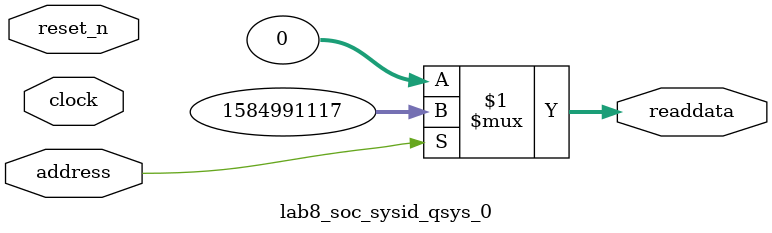
<source format=v>



// synthesis translate_off
`timescale 1ns / 1ps
// synthesis translate_on

// turn off superfluous verilog processor warnings 
// altera message_level Level1 
// altera message_off 10034 10035 10036 10037 10230 10240 10030 

module lab8_soc_sysid_qsys_0 (
               // inputs:
                address,
                clock,
                reset_n,

               // outputs:
                readdata
             )
;

  output  [ 31: 0] readdata;
  input            address;
  input            clock;
  input            reset_n;

  wire    [ 31: 0] readdata;
  //control_slave, which is an e_avalon_slave
  assign readdata = address ? 1584991117 : 0;

endmodule



</source>
